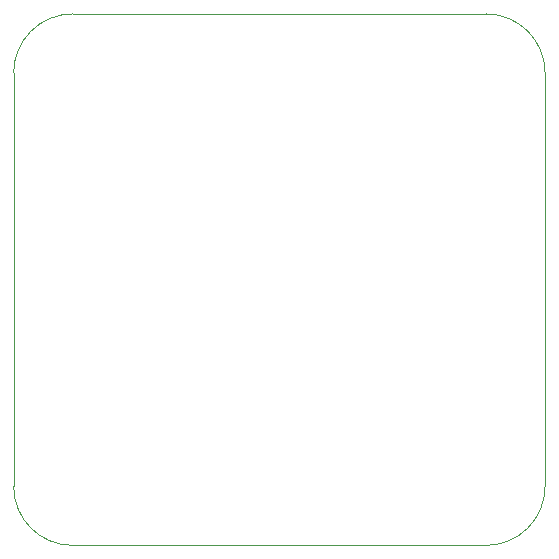
<source format=gbr>
%TF.GenerationSoftware,KiCad,Pcbnew,8.0.8*%
%TF.CreationDate,2025-04-07T17:04:07+02:00*%
%TF.ProjectId,Schematics_batterie,53636865-6d61-4746-9963-735f62617474,rev?*%
%TF.SameCoordinates,Original*%
%TF.FileFunction,Profile,NP*%
%FSLAX46Y46*%
G04 Gerber Fmt 4.6, Leading zero omitted, Abs format (unit mm)*
G04 Created by KiCad (PCBNEW 8.0.8) date 2025-04-07 17:04:07*
%MOMM*%
%LPD*%
G01*
G04 APERTURE LIST*
%TA.AperFunction,Profile*%
%ADD10C,0.050000*%
%TD*%
G04 APERTURE END LIST*
D10*
X150000000Y-85000000D02*
X150000000Y-50000000D01*
X110000000Y-90000000D02*
X145000000Y-90000000D01*
X105000000Y-50000000D02*
X105000000Y-85000000D01*
X145000000Y-45000000D02*
G75*
G02*
X150000000Y-50000000I0J-5000000D01*
G01*
X145000000Y-45000000D02*
X110000000Y-45000000D01*
X150000000Y-85000000D02*
G75*
G02*
X145000000Y-90000000I-5000000J0D01*
G01*
X110000000Y-90000000D02*
G75*
G02*
X105000000Y-85000000I0J5000000D01*
G01*
X105000000Y-50000000D02*
G75*
G02*
X110000000Y-45000000I5000000J0D01*
G01*
M02*

</source>
